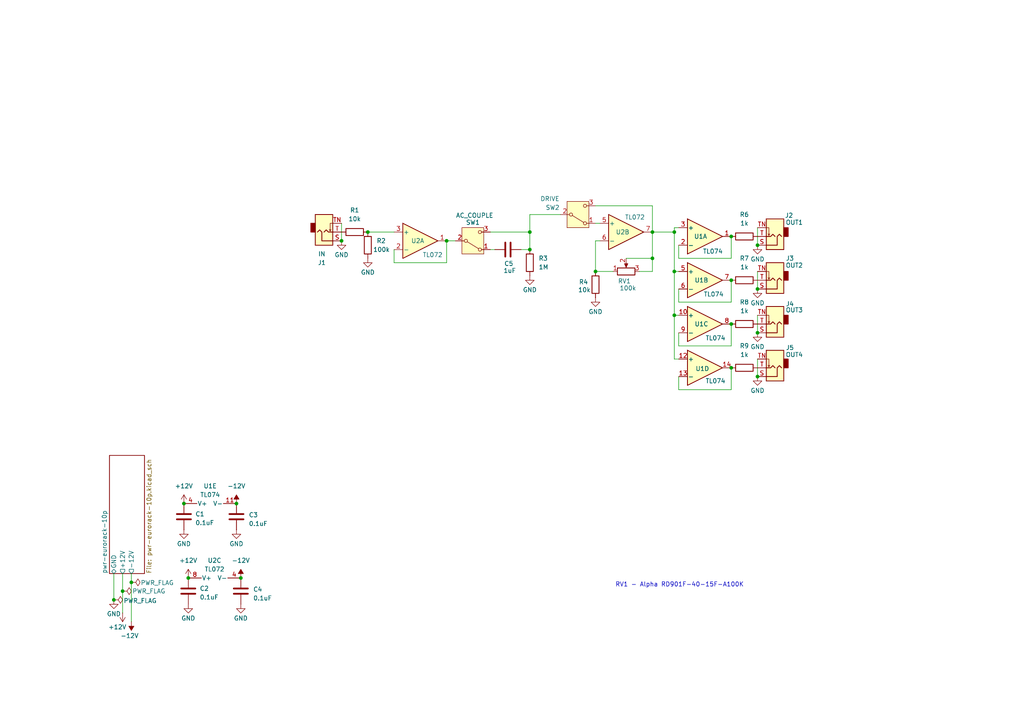
<source format=kicad_sch>
(kicad_sch (version 20250114) (generator "eeschema") (generator_version "9.0")
  (paper "A4")
  (lib_symbols
    (symbol "Amplifier_Operational:TL072" (pin_names (offset 0.127))
      (property "Reference" "U" (at 0 5.08 0))
      (property "Value" "TL072" (at 0 -5.08 0))
      (symbol "TL072_1_1"
        (polyline (pts (xy -5.08 5.08) (xy 5.08 0) (xy -5.08 -5.08) (xy -5.08 5.08)) (stroke (width 0.254)) (fill (type background)))
        (pin input line (at -7.62 2.54 0) (length 2.54) (name "+") (number "3"))
        (pin input line (at -7.62 -2.54 0) (length 2.54) (name "-") (number "2"))
        (pin output line (at 7.62 0 180) (length 2.54) (name "~") (number "1"))
      )
      (symbol "TL072_2_1"
        (polyline (pts (xy -5.08 5.08) (xy 5.08 0) (xy -5.08 -5.08) (xy -5.08 5.08)) (stroke (width 0.254)) (fill (type background)))
        (pin input line (at -7.62 2.54 0) (length 2.54) (name "+") (number "5"))
        (pin input line (at -7.62 -2.54 0) (length 2.54) (name "-") (number "6"))
        (pin output line (at 7.62 0 180) (length 2.54) (name "~") (number "7"))
      )
      (symbol "TL072_3_1"
        (pin power_in line (at -2.54 7.62 270) (length 3.81) (name "V+") (number "8"))
        (pin power_in line (at -2.54 -7.62 90) (length 3.81) (name "V-") (number "4"))
      )
    )
    (symbol "Amplifier_Operational:TL074" (pin_names (offset 0.127))
      (property "Reference" "U" (at 0 5.08 0))
      (property "Value" "TL074" (at 0 -5.08 0))
      (symbol "TL074_1_1"
        (polyline (pts (xy -5.08 5.08) (xy 5.08 0) (xy -5.08 -5.08) (xy -5.08 5.08)) (stroke (width 0.254)) (fill (type background)))
        (pin input line (at -7.62 2.54 0) (length 2.54) (name "+") (number "3"))
        (pin input line (at -7.62 -2.54 0) (length 2.54) (name "-") (number "2"))
        (pin output line (at 7.62 0 180) (length 2.54) (name "~") (number "1"))
      )
      (symbol "TL074_2_1"
        (polyline (pts (xy -5.08 5.08) (xy 5.08 0) (xy -5.08 -5.08) (xy -5.08 5.08)) (stroke (width 0.254)) (fill (type background)))
        (pin input line (at -7.62 2.54 0) (length 2.54) (name "+") (number "5"))
        (pin input line (at -7.62 -2.54 0) (length 2.54) (name "-") (number "6"))
        (pin output line (at 7.62 0 180) (length 2.54) (name "~") (number "7"))
      )
      (symbol "TL074_3_1"
        (polyline (pts (xy -5.08 5.08) (xy 5.08 0) (xy -5.08 -5.08) (xy -5.08 5.08)) (stroke (width 0.254)) (fill (type background)))
        (pin input line (at -7.62 2.54 0) (length 2.54) (name "+") (number "10"))
        (pin input line (at -7.62 -2.54 0) (length 2.54) (name "-") (number "9"))
        (pin output line (at 7.62 0 180) (length 2.54) (name "~") (number "8"))
      )
      (symbol "TL074_4_1"
        (polyline (pts (xy -5.08 5.08) (xy 5.08 0) (xy -5.08 -5.08) (xy -5.08 5.08)) (stroke (width 0.254)) (fill (type background)))
        (pin input line (at -7.62 2.54 0) (length 2.54) (name "+") (number "12"))
        (pin input line (at -7.62 -2.54 0) (length 2.54) (name "-") (number "13"))
        (pin output line (at 7.62 0 180) (length 2.54) (name "~") (number "14"))
      )
      (symbol "TL074_5_1"
        (pin power_in line (at -2.54 7.62 270) (length 3.81) (name "V+") (number "4"))
        (pin power_in line (at -2.54 -7.62 90) (length 3.81) (name "V-") (number "11"))
      )
    )
    (symbol "Connector_Audio:AudioJack2_SwitchT"
      (property "Reference" "J" (at 0 8.89 0))
      (property "Value" "AudioJack2_SwitchT" (at 0 6.35 0))
      (symbol "AudioJack2_SwitchT_0_1"
        (rectangle (start -2.54 0) (end -3.81 -2.54) (stroke (width 0.254)) (fill (type outline)))
        (polyline (pts (xy 0 0) (xy 0.635 -0.635) (xy 1.27 0) (xy 2.54 0)) (stroke (width 0.254)))
        (polyline (pts (xy 1.778 -0.254) (xy 2.032 -0.762)))
        (rectangle (start 2.54 3.81) (end -2.54 -5.08) (stroke (width 0.254)) (fill (type background)))
        (polyline (pts (xy 2.54 2.54) (xy -0.635 2.54) (xy -0.635 0) (xy -1.27 -0.635) (xy -1.905 0)) (stroke (width 0.254)))
        (polyline (pts (xy 2.54 -2.54) (xy 1.778 -2.54) (xy 1.778 -0.254) (xy 1.524 -0.762)))
      )
      (symbol "AudioJack2_SwitchT_1_1"
        (pin passive line (at 5.08 2.54 180) (length 2.54) (name "~") (number "S"))
        (pin passive line (at 5.08 0 180) (length 2.54) (name "~") (number "T"))
        (pin passive line (at 5.08 -2.54 180) (length 2.54) (name "~") (number "TN"))
      )
    )
    (symbol "Device:C" (pin_numbers (hide yes)) (pin_names (offset 0.254))
      (property "Reference" "C" (at 0.635 2.54 0))
      (property "Value" "C" (at 0.635 -2.54 0))
      (symbol "C_0_1"
        (polyline (pts (xy -2.032 0.762) (xy 2.032 0.762)) (stroke (width 0.508)))
        (polyline (pts (xy -2.032 -0.762) (xy 2.032 -0.762)) (stroke (width 0.508)))
      )
      (symbol "C_1_1"
        (pin passive line (at 0 3.81 270) (length 2.794) (name "~") (number "1"))
        (pin passive line (at 0 -3.81 90) (length 2.794) (name "~") (number "2"))
      )
    )
    (symbol "Device:R" (pin_numbers (hide yes)) (pin_names (offset 0))
      (property "Reference" "R" (at 2.032 0 90))
      (property "Value" "R" (at 0 0 90))
      (symbol "R_0_1"
        (rectangle (start -1.016 -2.54) (end 1.016 2.54) (stroke (width 0.254)))
      )
      (symbol "R_1_1"
        (pin passive line (at 0 3.81 270) (length 1.27) (name "~") (number "1"))
        (pin passive line (at 0 -3.81 90) (length 1.27) (name "~") (number "2"))
      )
    )
    (symbol "Device:R_Potentiometer" (pin_names (offset 1.016) (hide yes))
      (property "Reference" "RV" (at -4.445 0 90))
      (property "Value" "R_Potentiometer" (at -2.54 0 90))
      (symbol "R_Potentiometer_0_1"
        (rectangle (start 1.016 2.54) (end -1.016 -2.54) (stroke (width 0.254)))
        (polyline (pts (xy 1.143 0) (xy 2.286 0.508) (xy 2.286 -0.508) (xy 1.143 0)) (fill (type outline)))
        (polyline (pts (xy 2.54 0) (xy 1.524 0)))
      )
      (symbol "R_Potentiometer_1_1"
        (pin passive line (at 0 3.81 270) (length 1.27) (name "1") (number "1"))
        (pin passive line (at 0 -3.81 90) (length 1.27) (name "3") (number "3"))
        (pin passive line (at 3.81 0 180) (length 1.27) (name "2") (number "2"))
      )
    )
    (symbol "Switch:SW_SPDT" (pin_names (offset 0) (hide yes))
      (property "Reference" "SW" (at 0 5.08 0))
      (property "Value" "SW_SPDT" (at 0 -5.08 0))
      (symbol "SW_SPDT_0_1"
        (circle (center -2.032 0) (radius 0.4572))
        (polyline (pts (xy -1.651 0.254) (xy 1.651 2.286)))
        (circle (center 2.032 2.54) (radius 0.4572))
        (circle (center 2.032 -2.54) (radius 0.4572))
      )
      (symbol "SW_SPDT_1_1"
        (rectangle (start -3.175 3.81) (end 3.175 -3.81) (fill (type background)))
        (pin passive line (at -5.08 0 0) (length 2.54) (name "B") (number "2"))
        (pin passive line (at 5.08 2.54 180) (length 2.54) (name "A") (number "1"))
        (pin passive line (at 5.08 -2.54 180) (length 2.54) (name "C") (number "3"))
      )
    )
    (symbol "power:+12V" (power) (pin_numbers (hide yes)) (pin_names (offset 0) (hide yes))
      (property "Value" "+12V" (at 0 3.556 0))
      (symbol "+12V_0_1"
        (polyline (pts (xy -0.762 1.27) (xy 0 2.54)))
        (polyline (pts (xy 0 2.54) (xy 0.762 1.27)))
        (polyline (pts (xy 0 0) (xy 0 2.54)))
      )
      (symbol "+12V_1_1"
        (pin power_in line (at 0 0 90) (length 0) (name "~") (number "1"))
      )
    )
    (symbol "power:-12V" (power) (pin_numbers (hide yes)) (pin_names (offset 0) (hide yes))
      (property "Value" "-12V" (at 0 3.556 0))
      (symbol "-12V_0_0"
        (pin power_in line (at 0 0 90) (length 0) (name "~") (number "1"))
      )
      (symbol "-12V_0_1"
        (polyline (pts (xy 0 0) (xy 0 1.27) (xy 0.762 1.27) (xy 0 2.54) (xy -0.762 1.27) (xy 0 1.27)) (fill (type outline)))
      )
    )
    (symbol "power:GND" (power) (pin_numbers (hide yes)) (pin_names (offset 0) (hide yes))
      (property "Value" "GND" (at 0 -3.81 0))
      (symbol "GND_0_1"
        (polyline (pts (xy 0 0) (xy 0 -1.27) (xy 1.27 -1.27) (xy 0 -2.54) (xy -1.27 -1.27) (xy 0 -1.27)))
      )
      (symbol "GND_1_1"
        (pin power_in line (at 0 0 270) (length 0) (name "~") (number "1"))
      )
    )
    (symbol "power:PWR_FLAG" (power) (pin_numbers (hide yes)) (pin_names (offset 0) (hide yes))
      (property "Value" "PWR_FLAG" (at 0 3.81 0))
      (symbol "PWR_FLAG_0_0"
        (pin power_out line (at 0 0 90) (length 0) (name "~") (number "1"))
      )
      (symbol "PWR_FLAG_0_1"
        (polyline (pts (xy 0 0) (xy 0 1.27) (xy -1.016 1.905) (xy 0 2.54) (xy 1.016 1.905) (xy 0 1.27)))
      )
    )
  )
  (text "RV1 - Alpha RD901F-40-15F-A100K" (at 197.104 169.672 0) (effects (font (size 1.27 1.27))))
  (junction (at 212.09 106.68))
  (junction (at 33.02 173.99))
  (junction (at 129.54 69.85))
  (junction (at 172.72 78.74))
  (junction (at 219.71 71.12))
  (junction (at 195.58 91.44))
  (junction (at 219.71 96.52))
  (junction (at 53.34 146.05))
  (junction (at 153.67 67.31))
  (junction (at 212.09 93.98))
  (junction (at 54.61 167.64))
  (junction (at 195.58 78.74))
  (junction (at 69.85 167.64))
  (junction (at 99.06 69.85))
  (junction (at 153.67 72.39))
  (junction (at 212.09 68.58))
  (junction (at 106.68 67.31))
  (junction (at 189.23 74.93))
  (junction (at 219.71 109.22))
  (junction (at 35.56 171.45))
  (junction (at 68.58 146.05))
  (junction (at 38.1 168.91))
  (junction (at 212.09 81.28))
  (junction (at 189.23 67.31))
  (junction (at 219.71 83.82))
  (junction (at 195.58 67.31))
  (wire (pts (xy 99.06 64.77) (xy 99.06 69.85)))
  (wire (pts (xy 219.71 66.04) (xy 219.71 71.12)))
  (wire (pts (xy 114.3 76.2) (xy 129.54 76.2)))
  (wire (pts (xy 172.72 78.74) (xy 177.8 78.74)))
  (wire (pts (xy 195.58 66.04) (xy 196.85 66.04)))
  (wire (pts (xy 129.54 76.2) (xy 129.54 69.85)))
  (wire (pts (xy 195.58 91.44) (xy 196.85 91.44)))
  (wire (pts (xy 38.1 168.91) (xy 38.1 180.34)))
  (wire (pts (xy 195.58 78.74) (xy 195.58 91.44)))
  (wire (pts (xy 153.67 72.39) (xy 153.67 67.31)))
  (wire (pts (xy 106.68 67.31) (xy 114.3 67.31)))
  (wire (pts (xy 219.71 104.14) (xy 219.71 109.22)))
  (wire (pts (xy 196.85 109.22) (xy 196.85 113.03)))
  (wire (pts (xy 172.72 59.69) (xy 189.23 59.69)))
  (wire (pts (xy 172.72 69.85) (xy 172.72 78.74)))
  (wire (pts (xy 33.02 166.37) (xy 33.02 173.99)))
  (wire (pts (xy 35.56 166.37) (xy 35.56 171.45)))
  (wire (pts (xy 212.09 87.63) (xy 212.09 81.28)))
  (wire (pts (xy 151.13 72.39) (xy 153.67 72.39)))
  (wire (pts (xy 38.1 166.37) (xy 38.1 168.91)))
  (wire (pts (xy 172.72 69.85) (xy 173.99 69.85)))
  (wire (pts (xy 196.85 83.82) (xy 196.85 87.63)))
  (wire (pts (xy 181.61 74.93) (xy 189.23 74.93)))
  (wire (pts (xy 196.85 96.52) (xy 196.85 100.33)))
  (wire (pts (xy 196.85 100.33) (xy 212.09 100.33)))
  (wire (pts (xy 195.58 78.74) (xy 196.85 78.74)))
  (wire (pts (xy 35.56 171.45) (xy 35.56 177.8)))
  (wire (pts (xy 196.85 71.12) (xy 196.85 74.93)))
  (wire (pts (xy 189.23 74.93) (xy 189.23 78.74)))
  (wire (pts (xy 195.58 66.04) (xy 195.58 67.31)))
  (wire (pts (xy 189.23 67.31) (xy 195.58 67.31)))
  (wire (pts (xy 189.23 59.69) (xy 189.23 67.31)))
  (wire (pts (xy 114.3 72.39) (xy 114.3 76.2)))
  (wire (pts (xy 219.71 91.44) (xy 219.71 96.52)))
  (wire (pts (xy 196.85 113.03) (xy 212.09 113.03)))
  (wire (pts (xy 195.58 91.44) (xy 195.58 104.14)))
  (wire (pts (xy 212.09 100.33) (xy 212.09 93.98)))
  (wire (pts (xy 153.67 62.23) (xy 153.67 67.31)))
  (wire (pts (xy 189.23 67.31) (xy 189.23 74.93)))
  (wire (pts (xy 142.24 67.31) (xy 153.67 67.31)))
  (wire (pts (xy 196.85 87.63) (xy 212.09 87.63)))
  (wire (pts (xy 212.09 74.93) (xy 212.09 68.58)))
  (wire (pts (xy 195.58 104.14) (xy 196.85 104.14)))
  (wire (pts (xy 143.51 72.39) (xy 142.24 72.39)))
  (wire (pts (xy 185.42 78.74) (xy 189.23 78.74)))
  (wire (pts (xy 129.54 69.85) (xy 132.08 69.85)))
  (wire (pts (xy 219.71 78.74) (xy 219.71 83.82)))
  (wire (pts (xy 212.09 113.03) (xy 212.09 106.68)))
  (wire (pts (xy 196.85 74.93) (xy 212.09 74.93)))
  (wire (pts (xy 195.58 67.31) (xy 195.58 78.74)))
  (wire (pts (xy 172.72 64.77) (xy 173.99 64.77)))
  (wire (pts (xy 153.67 62.23) (xy 162.56 62.23)))
  (symbol (lib_id "power:PWR_FLAG") (at 38.1 168.91 270) (unit 1)
    (property "Reference" "#FLG03" (effects (hide yes)))
    (property "Value" "PWR_FLAG" (at 40.767 169.037 90) (effects (justify left)))
    (property "Description" "Special symbol for telling ERC where power comes from" (effects (hide yes)))
  )
  (symbol (lib_id "Device:R") (at 106.68 71.12 180) (unit 1)
    (property "Reference" "R2" (at 109.22 69.8499 0) (effects (justify right)))
    (property "Value" "100k" (at 108.204 72.39 0) (effects (justify right)))
    (property "Footprint" "Resistor_SMD:R_0805_2012Metric" (effects (hide yes)))
    (property "Description" "Resistor" (effects (hide yes)))
  )
  (symbol (lib_id "Device:C") (at 69.85 171.45 0) (unit 1)
    (property "Reference" "C4" (at 73.406 170.942 0) (effects (justify left)))
    (property "Value" "0.1uF" (at 73.406 173.482 0) (effects (justify left)))
    (property "Footprint" "Capacitor_SMD:C_0805_2012Metric" (effects (hide yes)))
    (property "Description" "Unpolarized capacitor" (effects (hide yes)))
  )
  (symbol (lib_id "power:GND") (at 53.34 153.67 0) (unit 1)
    (property "Reference" "#PWR05" (effects (hide yes)))
    (property "Value" "GND" (at 53.34 157.734 0))
    (property "Description" "Power symbol creates a global label with name \"GND\" , ground" (effects (hide yes)))
  )
  (symbol (lib_id "Device:R") (at 102.87 67.31 270) (unit 1)
    (property "Reference" "R1" (at 102.87 60.96 90))
    (property "Value" "10k" (at 102.87 63.5 90))
    (property "Footprint" "Resistor_SMD:R_0805_2012Metric" (effects (hide yes)))
    (property "Description" "Resistor" (effects (hide yes)))
  )
  (symbol (lib_id "power:GND") (at 106.68 74.93 0) (unit 1)
    (property "Reference" "#PWR013" (effects (hide yes)))
    (property "Value" "GND" (at 106.68 78.994 0))
    (property "Description" "Power symbol creates a global label with name \"GND\" , ground" (effects (hide yes)))
  )
  (symbol (lib_id "power:-12V") (at 69.85 167.64 0) (unit 1)
    (property "Reference" "#PWR010" (effects (hide yes)))
    (property "Value" "-12V" (at 69.85 162.56 0))
    (property "Description" "Power symbol creates a global label with name \"-12V\"" (effects (hide yes)))
  )
  (symbol (lib_id "Device:R") (at 215.9 93.98 270) (unit 1)
    (property "Reference" "R8" (at 215.9 87.63 90))
    (property "Value" "1k" (at 215.9 90.17 90))
    (property "Footprint" "Resistor_SMD:R_0805_2012Metric" (effects (hide yes)))
    (property "Description" "Resistor" (effects (hide yes)))
  )
  (symbol (lib_id "power:-12V") (at 68.58 146.05 0) (unit 1)
    (property "Reference" "#PWR08" (effects (hide yes)))
    (property "Value" "-12V" (at 68.58 140.97 0))
    (property "Description" "Power symbol creates a global label with name \"-12V\"" (effects (hide yes)))
  )
  (symbol (lib_id "power:GND") (at 219.71 96.52 0) (unit 1)
    (property "Reference" "#PWR018" (effects (hide yes)))
    (property "Value" "GND" (at 219.71 100.584 0))
    (property "Description" "Power symbol creates a global label with name \"GND\" , ground" (effects (hide yes)))
  )
  (symbol (lib_id "Device:R") (at 215.9 81.28 270) (unit 1)
    (property "Reference" "R7" (at 215.9 74.93 90))
    (property "Value" "1k" (at 215.9 77.47 90))
    (property "Footprint" "Resistor_SMD:R_0805_2012Metric" (effects (hide yes)))
    (property "Description" "Resistor" (effects (hide yes)))
  )
  (symbol (lib_id "power:GND") (at 99.06 69.85 0) (unit 1)
    (property "Reference" "#PWR012" (effects (hide yes)))
    (property "Value" "GND" (at 99.06 73.914 0))
    (property "Description" "Power symbol creates a global label with name \"GND\" , ground" (effects (hide yes)))
  )
  (symbol (lib_id "power:PWR_FLAG") (at 35.56 171.45 270) (unit 1)
    (property "Reference" "#FLG02" (effects (hide yes)))
    (property "Value" "PWR_FLAG" (at 38.354 171.45 90) (effects (justify left)))
    (property "Description" "Special symbol for telling ERC where power comes from" (effects (hide yes)))
  )
  (symbol (lib_id "Amplifier_Operational:TL074") (at 204.47 93.98 0) (unit 3)
    (property "Reference" "U1" (at 203.454 93.98 0))
    (property "Value" "TL074" (at 207.518 98.044 0))
    (property "Footprint" "Package_SO:SOIC-14_3.9x8.7mm_P1.27mm" (effects (hide yes)))
    (property "Datasheet" "http://www.ti.com/lit/ds/symlink/tl071.pdf" (effects (hide yes)))
    (property "Description" "Quad Low-Noise JFET-Input Operational Amplifiers, DIP-14/SOIC-14" (effects (hide yes)))
  )
  (symbol (lib_id "power:+12V") (at 53.34 146.05 0) (unit 1)
    (property "Reference" "#PWR04" (effects (hide yes)))
    (property "Value" "+12V" (at 53.34 140.97 0))
    (property "Description" "Power symbol creates a global label with name \"+12V\"" (effects (hide yes)))
  )
  (symbol (lib_id "Device:C") (at 53.34 149.86 0) (unit 1)
    (property "Reference" "C1" (at 56.642 149.098 0) (effects (justify left)))
    (property "Value" "0.1uF" (at 56.642 151.638 0) (effects (justify left)))
    (property "Footprint" "Capacitor_SMD:C_0805_2012Metric" (effects (hide yes)))
    (property "Description" "Unpolarized capacitor" (effects (hide yes)))
  )
  (symbol (lib_id "Connector_Audio:AudioJack2_SwitchT") (at 224.79 93.98 180) (unit 1)
    (property "Reference" "J4" (at 229.108 88.138 0))
    (property "Value" "OUT3" (at 230.378 89.916 0))
    (property "Footprint" "drichert:Jack_3.5mm_QingPu_WQP-PJ398SM_Vertical_CircularHoles" (effects (hide yes)))
    (property "Description" "Audio Jack, 2 Poles (Mono / TS), Switched T Pole (Normalling)" (effects (hide yes)))
  )
  (symbol (lib_id "Connector_Audio:AudioJack2_SwitchT") (at 224.79 81.28 180) (unit 1)
    (property "Reference" "J3" (at 229.108 74.93 0))
    (property "Value" "OUT2" (at 230.378 76.962 0))
    (property "Footprint" "drichert:Jack_3.5mm_QingPu_WQP-PJ398SM_Vertical_CircularHoles" (effects (hide yes)))
    (property "Description" "Audio Jack, 2 Poles (Mono / TS), Switched T Pole (Normalling)" (effects (hide yes)))
  )
  (symbol (lib_id "Switch:SW_SPDT") (at 137.16 69.85 0) (mirror x) (unit 1)
    (property "Reference" "SW1" (at 137.16 64.516 0))
    (property "Value" "AC_COUPLE" (at 137.668 62.484 0))
    (property "Footprint" "drichert:ToggleSwitch_1x03_P2.54mm_Vertical" (effects (hide yes)))
    (property "Description" "Switch, single pole double throw" (effects (hide yes)))
  )
  (symbol (lib_id "Amplifier_Operational:TL072") (at 181.61 67.31 0) (unit 2)
    (property "Reference" "U2" (at 180.594 67.31 0))
    (property "Value" "TL072" (at 184.15 62.992 0))
    (property "Footprint" "Package_SO:SOIC-8_3.9x4.9mm_P1.27mm" (effects (hide yes)))
    (property "Datasheet" "http://www.ti.com/lit/ds/symlink/tl071.pdf" (effects (hide yes)))
    (property "Description" "Dual Low-Noise JFET-Input Operational Amplifiers, DIP-8/SOIC-8" (effects (hide yes)))
  )
  (symbol (lib_id "Switch:SW_SPDT") (at 167.64 62.23 0) (mirror x) (unit 1)
    (property "Reference" "SW2" (at 160.274 60.198 0))
    (property "Value" "DRIVE" (at 159.512 57.658 0))
    (property "Footprint" "drichert:ToggleSwitch_1x03_P2.54mm_Vertical" (effects (hide yes)))
    (property "Description" "Switch, single pole double throw" (effects (hide yes)))
  )
  (symbol (lib_id "power:GND") (at 68.58 153.67 0) (unit 1)
    (property "Reference" "#PWR09" (effects (hide yes)))
    (property "Value" "GND" (at 68.58 157.734 0))
    (property "Description" "Power symbol creates a global label with name \"GND\" , ground" (effects (hide yes)))
  )
  (symbol (lib_id "Device:C") (at 54.61 171.45 0) (unit 1)
    (property "Reference" "C2" (at 57.912 170.688 0) (effects (justify left)))
    (property "Value" "0.1uF" (at 57.912 173.228 0) (effects (justify left)))
    (property "Footprint" "Capacitor_SMD:C_0805_2012Metric" (effects (hide yes)))
    (property "Description" "Unpolarized capacitor" (effects (hide yes)))
  )
  (symbol (lib_id "power:+12V") (at 35.56 177.8 180) (unit 1)
    (property "Reference" "#PWR02" (effects (hide yes)))
    (property "Value" "+12V" (at 34.036 181.864 0))
    (property "Description" "Power symbol creates a global label with name \"+12V\"" (effects (hide yes)))
  )
  (symbol (lib_id "Device:R") (at 215.9 68.58 270) (unit 1)
    (property "Reference" "R6" (at 215.9 62.23 90))
    (property "Value" "1k" (at 215.9 64.77 90))
    (property "Footprint" "Resistor_SMD:R_0805_2012Metric" (effects (hide yes)))
    (property "Description" "Resistor" (effects (hide yes)))
  )
  (symbol (lib_id "Amplifier_Operational:TL074") (at 204.47 81.28 0) (unit 2)
    (property "Reference" "U1" (at 203.454 81.28 0))
    (property "Value" "TL074" (at 207.01 85.344 0))
    (property "Footprint" "Package_SO:SOIC-14_3.9x8.7mm_P1.27mm" (effects (hide yes)))
    (property "Datasheet" "http://www.ti.com/lit/ds/symlink/tl071.pdf" (effects (hide yes)))
    (property "Description" "Quad Low-Noise JFET-Input Operational Amplifiers, DIP-14/SOIC-14" (effects (hide yes)))
  )
  (symbol (lib_id "power:GND") (at 33.02 173.99 0) (unit 1)
    (property "Reference" "#PWR01" (effects (hide yes)))
    (property "Value" "GND" (at 33.02 178.054 0))
    (property "Description" "Power symbol creates a global label with name \"GND\" , ground" (effects (hide yes)))
  )
  (symbol (lib_id "Device:R") (at 215.9 106.68 270) (unit 1)
    (property "Reference" "R9" (at 215.9 100.33 90))
    (property "Value" "1k" (at 215.9 102.87 90))
    (property "Footprint" "Resistor_SMD:R_0805_2012Metric" (effects (hide yes)))
    (property "Description" "Resistor" (effects (hide yes)))
  )
  (symbol (lib_id "Device:R") (at 172.72 82.55 180) (unit 1)
    (property "Reference" "R4" (at 167.894 81.788 0) (effects (justify right)))
    (property "Value" "10k" (at 167.64 84.074 0) (effects (justify right)))
    (property "Footprint" "Resistor_SMD:R_0805_2012Metric" (effects (hide yes)))
    (property "Description" "Resistor" (effects (hide yes)))
  )
  (symbol (lib_id "power:PWR_FLAG") (at 33.02 173.99 270) (unit 1)
    (property "Reference" "#FLG01" (effects (hide yes)))
    (property "Value" "PWR_FLAG" (at 35.814 174.244 90) (effects (justify left)))
    (property "Description" "Special symbol for telling ERC where power comes from" (effects (hide yes)))
  )
  (symbol (lib_id "Connector_Audio:AudioJack2_SwitchT") (at 224.79 106.68 180) (unit 1)
    (property "Reference" "J5" (at 229.108 100.838 0))
    (property "Value" "OUT4" (at 230.378 102.87 0))
    (property "Footprint" "drichert:Jack_3.5mm_QingPu_WQP-PJ398SM_Vertical_CircularHoles" (effects (hide yes)))
    (property "Description" "Audio Jack, 2 Poles (Mono / TS), Switched T Pole (Normalling)" (effects (hide yes)))
  )
  (symbol (lib_id "Device:R") (at 153.67 76.2 0) (unit 1)
    (property "Reference" "R3" (at 156.21 74.9299 0) (effects (justify left)))
    (property "Value" "1M" (at 156.21 77.4699 0) (effects (justify left)))
    (property "Footprint" "Resistor_SMD:R_0805_2012Metric" (effects (hide yes)))
    (property "Description" "Resistor" (effects (hide yes)))
  )
  (symbol (lib_id "power:GND") (at 219.71 71.12 0) (unit 1)
    (property "Reference" "#PWR016" (effects (hide yes)))
    (property "Value" "GND" (at 219.71 75.184 0))
    (property "Description" "Power symbol creates a global label with name \"GND\" , ground" (effects (hide yes)))
  )
  (symbol (lib_id "Device:R_Potentiometer") (at 181.61 78.74 90) (unit 1)
    (property "Reference" "RV1" (at 181.102 81.534 90))
    (property "Value" "100k" (at 182.118 83.566 90))
    (property "Footprint" "drichert:Potentiometer_Alpha_RD901F-40-00D_Single_Vertical_CircularHoles" (effects (hide yes)))
    (property "Description" "Potentiometer" (effects (hide yes)))
  )
  (symbol (lib_id "Amplifier_Operational:TL074") (at 60.96 143.51 90) (unit 5)
    (property "Reference" "U1" (at 60.96 140.97 90))
    (property "Value" "TL074" (at 60.96 143.51 90))
    (property "Footprint" "Package_SO:SOIC-14_3.9x8.7mm_P1.27mm" (effects (hide yes)))
    (property "Datasheet" "http://www.ti.com/lit/ds/symlink/tl071.pdf" (effects (hide yes)))
    (property "Description" "Quad Low-Noise JFET-Input Operational Amplifiers, DIP-14/SOIC-14" (effects (hide yes)))
  )
  (symbol (lib_id "power:GND") (at 54.61 175.26 0) (unit 1)
    (property "Reference" "#PWR07" (effects (hide yes)))
    (property "Value" "GND" (at 54.61 179.324 0))
    (property "Description" "Power symbol creates a global label with name \"GND\" , ground" (effects (hide yes)))
  )
  (symbol (lib_id "power:+12V") (at 54.61 167.64 0) (unit 1)
    (property "Reference" "#PWR06" (effects (hide yes)))
    (property "Value" "+12V" (at 54.61 162.56 0))
    (property "Description" "Power symbol creates a global label with name \"+12V\"" (effects (hide yes)))
  )
  (symbol (lib_id "power:GND") (at 219.71 109.22 0) (unit 1)
    (property "Reference" "#PWR019" (effects (hide yes)))
    (property "Value" "GND" (at 219.71 113.284 0))
    (property "Description" "Power symbol creates a global label with name \"GND\" , ground" (effects (hide yes)))
  )
  (symbol (lib_id "power:GND") (at 69.85 175.26 0) (unit 1)
    (property "Reference" "#PWR011" (effects (hide yes)))
    (property "Value" "GND" (at 69.85 179.324 0))
    (property "Description" "Power symbol creates a global label with name \"GND\" , ground" (effects (hide yes)))
  )
  (symbol (lib_id "power:-12V") (at 38.1 180.34 180) (unit 1)
    (property "Reference" "#PWR03" (effects (hide yes)))
    (property "Value" "-12V" (at 37.592 184.404 0))
    (property "Description" "Power symbol creates a global label with name \"-12V\"" (effects (hide yes)))
  )
  (symbol (lib_id "power:GND") (at 172.72 86.36 0) (unit 1)
    (property "Reference" "#PWR015" (effects (hide yes)))
    (property "Value" "GND" (at 172.72 90.424 0))
    (property "Description" "Power symbol creates a global label with name \"GND\" , ground" (effects (hide yes)))
  )
  (symbol (lib_id "Amplifier_Operational:TL072") (at 62.23 165.1 90) (unit 3)
    (property "Reference" "U2" (at 62.23 162.56 90))
    (property "Value" "TL072" (at 62.23 165.1 90))
    (property "Footprint" "Package_SO:SOIC-8_3.9x4.9mm_P1.27mm" (effects (hide yes)))
    (property "Datasheet" "http://www.ti.com/lit/ds/symlink/tl071.pdf" (effects (hide yes)))
    (property "Description" "Dual Low-Noise JFET-Input Operational Amplifiers, DIP-8/SOIC-8" (effects (hide yes)))
  )
  (symbol (lib_id "power:GND") (at 219.71 83.82 0) (unit 1)
    (property "Reference" "#PWR017" (effects (hide yes)))
    (property "Value" "GND" (at 219.71 87.884 0))
    (property "Description" "Power symbol creates a global label with name \"GND\" , ground" (effects (hide yes)))
  )
  (symbol (lib_id "power:GND") (at 153.67 80.01 0) (unit 1)
    (property "Reference" "#PWR014" (effects (hide yes)))
    (property "Value" "GND" (at 153.67 84.074 0))
    (property "Description" "Power symbol creates a global label with name \"GND\" , ground" (effects (hide yes)))
  )
  (symbol (lib_id "Amplifier_Operational:TL074") (at 204.47 68.58 0) (unit 1)
    (property "Reference" "U1" (at 203.2 68.58 0))
    (property "Value" "TL074" (at 206.756 72.898 0))
    (property "Footprint" "Package_SO:SOIC-14_3.9x8.7mm_P1.27mm" (effects (hide yes)))
    (property "Datasheet" "http://www.ti.com/lit/ds/symlink/tl071.pdf" (effects (hide yes)))
    (property "Description" "Quad Low-Noise JFET-Input Operational Amplifiers, DIP-14/SOIC-14" (effects (hide yes)))
  )
  (symbol (lib_id "Amplifier_Operational:TL072") (at 121.92 69.85 0) (unit 1)
    (property "Reference" "U2" (at 121.158 69.85 0))
    (property "Value" "TL072" (at 125.476 73.914 0))
    (property "Footprint" "Package_SO:SOIC-8_3.9x4.9mm_P1.27mm" (effects (hide yes)))
    (property "Datasheet" "http://www.ti.com/lit/ds/symlink/tl071.pdf" (effects (hide yes)))
    (property "Description" "Dual Low-Noise JFET-Input Operational Amplifiers, DIP-8/SOIC-8" (effects (hide yes)))
  )
  (symbol (lib_id "Connector_Audio:AudioJack2_SwitchT") (at 224.79 68.58 180) (unit 1)
    (property "Reference" "J2" (at 228.854 62.484 0))
    (property "Value" "OUT1" (at 230.378 64.516 0))
    (property "Footprint" "drichert:Jack_3.5mm_QingPu_WQP-PJ398SM_Vertical_CircularHoles" (effects (hide yes)))
    (property "Description" "Audio Jack, 2 Poles (Mono / TS), Switched T Pole (Normalling)" (effects (hide yes)))
  )
  (symbol (lib_id "Amplifier_Operational:TL074") (at 204.47 106.68 0) (unit 4)
    (property "Reference" "U1" (at 203.708 106.934 0))
    (property "Value" "TL074" (at 207.518 110.49 0))
    (property "Footprint" "Package_SO:SOIC-14_3.9x8.7mm_P1.27mm" (effects (hide yes)))
    (property "Datasheet" "http://www.ti.com/lit/ds/symlink/tl071.pdf" (effects (hide yes)))
    (property "Description" "Quad Low-Noise JFET-Input Operational Amplifiers, DIP-14/SOIC-14" (effects (hide yes)))
  )
  (symbol (lib_id "Connector_Audio:AudioJack2_SwitchT") (at 93.98 67.31 0) (mirror x) (unit 1)
    (property "Reference" "J1" (at 93.345 76.2 0))
    (property "Value" "IN" (at 93.345 73.66 0))
    (property "Footprint" "drichert:Jack_3.5mm_QingPu_WQP-PJ398SM_Vertical_CircularHoles" (effects (hide yes)))
    (property "Description" "Audio Jack, 2 Poles (Mono / TS), Switched T Pole (Normalling)" (effects (hide yes)))
  )
  (symbol (lib_id "Device:C") (at 68.58 149.86 0) (unit 1)
    (property "Reference" "C3" (at 72.136 149.352 0) (effects (justify left)))
    (property "Value" "0.1uF" (at 72.136 151.892 0) (effects (justify left)))
    (property "Footprint" "Capacitor_SMD:C_0805_2012Metric" (effects (hide yes)))
    (property "Description" "Unpolarized capacitor" (effects (hide yes)))
  )
  (symbol (lib_id "Device:C") (at 147.32 72.39 90) (unit 1)
    (property "Reference" "C5" (at 147.574 76.454 90))
    (property "Value" "1uF" (at 147.828 78.486 90))
    (property "Footprint" "Capacitor_THT:C_Rect_L7.2mm_W4.5mm_P5.00mm_FKS2_FKP2_MKS2_MKP2" (effects (hide yes)))
    (property "Description" "Unpolarized capacitor" (effects (hide yes)))
  )
  (sheet (at 31.75 132.08) (size 10.16 34.29) (stroke (width 0.1524))
    (property "Sheetname" "pwr-eurorack-10p" (at 31.0384 166.37 90) (effects (justify left bottom)))
    (property "Sheetfile" "pwr-eurorack-10p.kicad_sch" (at 42.4946 166.37 90) (effects (justify left top)))
    (pin "+12V" output (at 35.56 166.37 270))
    (pin "-12V" output (at 38.1 166.37 270))
    (pin "GND" bidirectional (at 33.02 166.37 270))
  )
)
</source>
